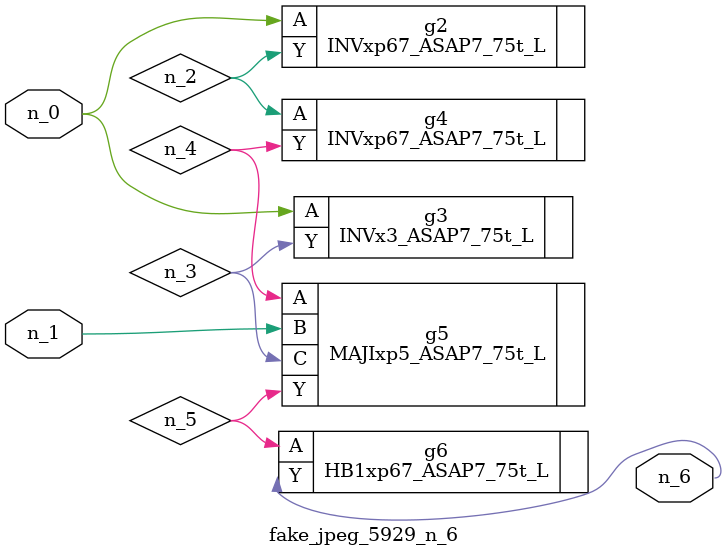
<source format=v>
module fake_jpeg_5929_n_6 (n_0, n_1, n_6);

input n_0;
input n_1;

output n_6;

wire n_3;
wire n_2;
wire n_4;
wire n_5;

INVxp67_ASAP7_75t_L g2 ( 
.A(n_0),
.Y(n_2)
);

INVx3_ASAP7_75t_L g3 ( 
.A(n_0),
.Y(n_3)
);

INVxp67_ASAP7_75t_L g4 ( 
.A(n_2),
.Y(n_4)
);

MAJIxp5_ASAP7_75t_L g5 ( 
.A(n_4),
.B(n_1),
.C(n_3),
.Y(n_5)
);

HB1xp67_ASAP7_75t_L g6 ( 
.A(n_5),
.Y(n_6)
);


endmodule
</source>
